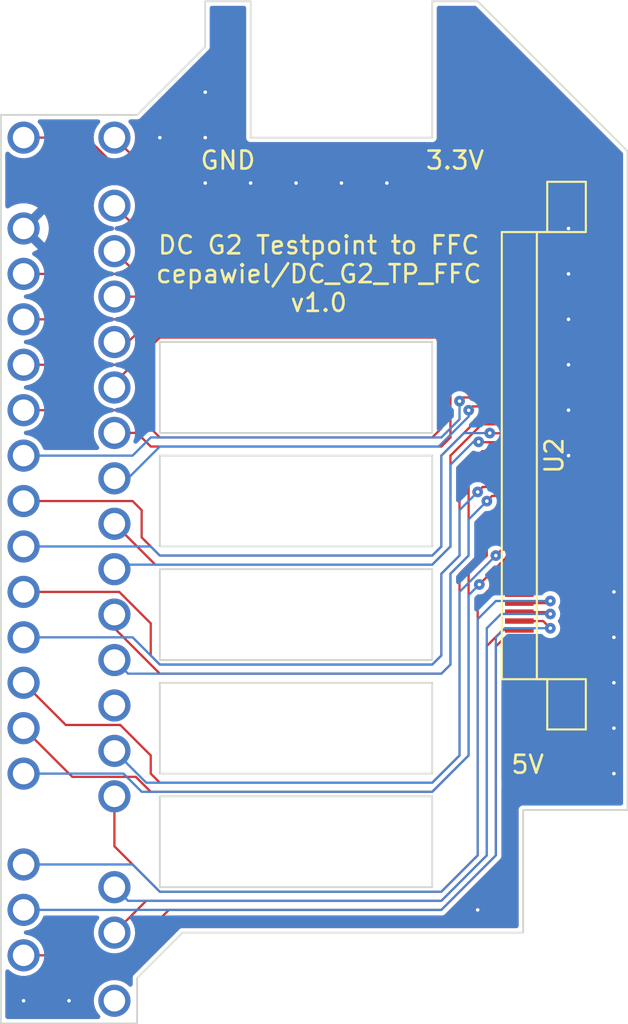
<source format=kicad_pcb>
(kicad_pcb (version 20211014) (generator pcbnew)
  (layers (0 "F.Cu" signal) (31 "B.Cu" signal) (34 "B.Paste" user) (35 "F.Paste" user) (36 "B.SilkS" user "B.Silkscreen") (37 "F.SilkS" user "F.Silkscreen") (38 "B.Mask" user) (39 "F.Mask" user) (44 "Edge.Cuts" user))
  (net 0 "")
  (net 1 "+5V")
  (net 2 "/MODEMCS_n")
  (net 3 "/IRQA")
  (net 4 "/RQEX0")
  (net 5 "/RQEX1")
  (net 6 "/RQDEV")
  (net 7 "/IRQB")
  (net 8 "/LBE_n")
  (net 9 "/TR")
  (net 10 "/UBE_n")
  (net 11 "+3V3")
  (net 12 "/BTB_n")
  (net 13 "/AEN_n")
  (net 14 "/BTA_n")
  (net 15 "/AD15")
  (net 16 "/AD14")
  (net 17 "/AD13")
  (net 18 "/AD12")
  (net 19 "/AD11")
  (net 20 "/AD10")
  (net 21 "/AD9")
  (net 22 "/AD8")
  (net 23 "/AD7")
  (net 24 "/AD6")
  (net 25 "/AD5")
  (net 26 "/AD4")
  (net 27 "/AD3")
  (net 28 "/AD2")
  (net 29 "/AD1")
  (net 30 "/AD0")
  (net 31 "/CLK")
  (net 32 "GND")
  (net 33 "/RESET")
  (net 34 "/MIDI_OUT")
  (net 35 "/MIDI_IN")
  (footprint "DreamcastCommon:G2_Testpoints" (layer "F.Cu") (at 129.54 71.12)
    (fp_text reference "U1" hide)
    (fp_text value "G2_FFC")
    (pad "4" thru_hole circle (at 5.08 48.26 90) (size 1.8 1.8) (drill 1.2) (layers *.Cu *.Mask))
    (pad "5" thru_hole circle (at 0 45.72 90) (size 1.8 1.8) (drill 1.2) (layers *.Cu *.Mask) (net 2 "/MODEMCS_n"))
    (pad "6" thru_hole circle (at 5.08 44.45 90) (size 1.8 1.8) (drill 1.2) (layers *.Cu *.Mask) (net 3 "/IRQA"))
    (pad "7" thru_hole circle (at 0 43.18 90) (size 1.8 1.8) (drill 1.2) (layers *.Cu *.Mask) (net 4 "/RQEX0"))
    (pad "8" thru_hole circle (at 5.08 41.91 90) (size 1.8 1.8) (drill 1.2) (layers *.Cu *.Mask) (net 5 "/RQEX1"))
    (pad "9" thru_hole circle (at 0 40.64 90) (size 1.8 1.8) (drill 1.2) (layers *.Cu *.Mask) (net 6 "/RQDEV"))
    (pad "13" thru_hole circle (at 5.08 36.83 90) (size 1.8 1.8) (drill 1.2) (layers *.Cu *.Mask) (net 7 "/IRQB"))
    (pad "14" thru_hole circle (at 0 35.56 90) (size 1.8 1.8) (drill 1.2) (layers *.Cu *.Mask) (net 8 "/LBE_n"))
    (pad "15" thru_hole circle (at 5.08 34.29 90) (size 1.8 1.8) (drill 1.2) (layers *.Cu *.Mask) (net 9 "/TR"))
    (pad "16" thru_hole circle (at 0 33.02 90) (size 1.8 1.8) (drill 1.2) (layers *.Cu *.Mask) (net 10 "/UBE_n"))
    (pad "18" thru_hole circle (at 5.08 31.75 90) (size 1.8 1.8) (drill 1.2) (layers *.Cu *.Mask))
    (pad "20" thru_hole circle (at 0 30.48 90) (size 1.8 1.8) (drill 1.2) (layers *.Cu *.Mask) (net 12 "/BTB_n"))
    (pad "21" thru_hole circle (at 5.08 29.21 90) (size 1.8 1.8) (drill 1.2) (layers *.Cu *.Mask) (net 13 "/AEN_n"))
    (pad "22" thru_hole circle (at 0 27.94 90) (size 1.8 1.8) (drill 1.2) (layers *.Cu *.Mask) (net 14 "/BTA_n"))
    (pad "25" thru_hole circle (at 5.08 26.67 90) (size 1.8 1.8) (drill 1.2) (layers *.Cu *.Mask) (net 15 "/AD15"))
    (pad "26" thru_hole circle (at 0 25.4 90) (size 1.8 1.8) (drill 1.2) (layers *.Cu *.Mask) (net 16 "/AD14"))
    (pad "27" thru_hole circle (at 5.08 24.13 90) (size 1.8 1.8) (drill 1.2) (layers *.Cu *.Mask) (net 17 "/AD13"))
    (pad "28" thru_hole circle (at 0 22.86 90) (size 1.8 1.8) (drill 1.2) (layers *.Cu *.Mask) (net 18 "/AD12"))
    (pad "29" thru_hole circle (at 5.08 21.59 90) (size 1.8 1.8) (drill 1.2) (layers *.Cu *.Mask) (net 19 "/AD11"))
    (pad "30" thru_hole circle (at 0 20.32 90) (size 1.8 1.8) (drill 1.2) (layers *.Cu *.Mask) (net 20 "/AD10"))
    (pad "31" thru_hole circle (at 5.08 19.05 90) (size 1.8 1.8) (drill 1.2) (layers *.Cu *.Mask) (net 21 "/AD9"))
    (pad "32" thru_hole circle (at 0 17.78 90) (size 1.8 1.8) (drill 1.2) (layers *.Cu *.Mask) (net 22 "/AD8"))
    (pad "33" thru_hole circle (at 5.08 16.51 90) (size 1.8 1.8) (drill 1.2) (layers *.Cu *.Mask) (net 23 "/AD7"))
    (pad "34" thru_hole circle (at 0 15.24 90) (size 1.8 1.8) (drill 1.2) (layers *.Cu *.Mask) (net 24 "/AD6"))
    (pad "35" thru_hole circle (at 5.08 13.97 90) (size 1.8 1.8) (drill 1.2) (layers *.Cu *.Mask) (net 25 "/AD5"))
    (pad "36" thru_hole circle (at 0 12.7 90) (size 1.8 1.8) (drill 1.2) (layers *.Cu *.Mask) (net 26 "/AD4"))
    (pad "37" thru_hole circle (at 5.08 11.43 90) (size 1.8 1.8) (drill 1.2) (layers *.Cu *.Mask) (net 27 "/AD3"))
    (pad "38" thru_hole circle (at 0 10.16 90) (size 1.8 1.8) (drill 1.2) (layers *.Cu *.Mask) (net 28 "/AD2"))
    (pad "39" thru_hole circle (at 5.08 8.89 90) (size 1.8 1.8) (drill 1.2) (layers *.Cu *.Mask) (net 29 "/AD1"))
    (pad "40" thru_hole circle (at 0 7.62 90) (size 1.8 1.8) (drill 1.2) (layers *.Cu *.Mask) (net 30 "/AD0"))
    (pad "43" thru_hole circle (at 5.08 6.35 90) (size 1.8 1.8) (drill 1.2) (layers *.Cu *.Mask) (net 31 "/CLK"))
    (pad "45" thru_hole circle (at 0 5.08 90) (size 1.8 1.8) (drill 1.2) (layers *.Cu *.Mask) (net 32 "GND"))
    (pad "46" thru_hole circle (at 5.08 3.81 90) (size 1.8 1.8) (drill 1.2) (layers *.Cu *.Mask) (net 33 "/RESET"))
    (pad "49" thru_hole circle (at 5.08 0 90) (size 1.8 1.8) (drill 1.2) (layers *.Cu *.Mask) (net 34 "/MIDI_OUT"))
    (pad "50" thru_hole circle (at 0 0 90) (size 1.8 1.8) (drill 1.2) (layers *.Cu *.Mask) (net 35 "/MIDI_IN"))
  )
  (footprint "DreamcastCommon:G2_FFC" (layer "F.Cu") (at 157.27 88.9 90)
    (fp_text reference "U2" (at 0 1.95 90) (layer "F.SilkS"))
    (fp_text value "G2_FFC")
    (fp_line (start 12.5 3.72) (end 15.31 3.72) (layer "F.SilkS") (width 0.12))
    (fp_line (start 12.5 0.98) (end 12.5 3.72) (layer "F.SilkS") (width 0.12))
    (fp_line (start 12.5 1.56) (end 12.5 -0.98) (layer "F.SilkS") (width 0.12))
    (fp_line (start -12.5 3.72) (end -15.31 3.72) (layer "F.SilkS") (width 0.12))
    (fp_line (start -12.5 0.98) (end 12.5 0.98) (layer "F.SilkS") (width 0.12))
    (fp_line (start 15.31 3.72) (end 15.31 1.56) (layer "F.SilkS") (width 0.12))
    (fp_line (start -15.31 1.56) (end -12.5 1.56) (layer "F.SilkS") (width 0.12))
    (fp_line (start -12.5 1.56) (end -12.5 -0.98) (layer "F.SilkS") (width 0.12))
    (fp_line (start -12.5 0.98) (end -12.5 3.72) (layer "F.SilkS") (width 0.12))
    (fp_line (start 15.31 1.56) (end 12.5 1.56) (layer "F.SilkS") (width 0.12))
    (fp_line (start -12.5 -0.98) (end 12.5 -0.98) (layer "F.SilkS") (width 0.12))
    (fp_line (start -15.31 3.72) (end -15.31 1.56) (layer "F.SilkS") (width 0.12))
    (pad "0" smd rect (at 14.4 2.7 90) (size 1.1 1.8) (layers "F.Cu" "F.Paste" "F.Mask"))
    (pad "0" smd rect (at -14.4 2.7 90) (size 1.1 1.8) (layers "F.Cu" "F.Paste" "F.Mask"))
    (pad "1" smd rect (at -12.25 0 90) (size 0.3 1.6) (layers "F.Cu" "F.Paste" "F.Mask") (net 1 "+5V"))
    (pad "2" smd rect (at -11.75 0 90) (size 0.3 1.6) (layers "F.Cu" "F.Paste" "F.Mask") (net 1 "+5V"))
    (pad "3" smd rect (at -11.25 0 90) (size 0.3 1.6) (layers "F.Cu" "F.Paste" "F.Mask") (net 1 "+5V"))
    (pad "4" smd rect (at -10.75 0 90) (size 0.3 1.6) (layers "F.Cu" "F.Paste" "F.Mask") (net 1 "+5V"))
    (pad "5" smd rect (at -10.25 0 90) (size 0.3 1.6) (layers "F.Cu" "F.Paste" "F.Mask") (net 2 "/MODEMCS_n"))
    (pad "6" smd rect (at -9.75 0 90) (size 0.3 1.6) (layers "F.Cu" "F.Paste" "F.Mask") (net 3 "/IRQA"))
    (pad "7" smd rect (at -9.25 0 90) (size 0.3 1.6) (layers "F.Cu" "F.Paste" "F.Mask") (net 4 "/RQEX0"))
    (pad "8" smd rect (at -8.75 0 90) (size 0.3 1.6) (layers "F.Cu" "F.Paste" "F.Mask") (net 5 "/RQEX1"))
    (pad "9" smd rect (at -8.25 0 90) (size 0.3 1.6) (layers "F.Cu" "F.Paste" "F.Mask") (net 6 "/RQDEV"))
    (pad "10" smd rect (at -7.75 0 90) (size 0.3 1.6) (layers "F.Cu" "F.Paste" "F.Mask") (net 32 "GND"))
    (pad "11" smd rect (at -7.25 0 90) (size 0.3 1.6) (layers "F.Cu" "F.Paste" "F.Mask") (net 32 "GND"))
    (pad "12" smd rect (at -6.75 0 90) (size 0.3 1.6) (layers "F.Cu" "F.Paste" "F.Mask") (net 32 "GND"))
    (pad "13" smd rect (at -6.25 0 90) (size 0.3 1.6) (layers "F.Cu" "F.Paste" "F.Mask") (net 7 "/IRQB"))
    (pad "14" smd rect (at -5.75 0 90) (size 0.3 1.6) (layers "F.Cu" "F.Paste" "F.Mask") (net 8 "/LBE_n"))
    (pad "15" smd rect (at -5.25 0 90) (size 0.3 1.6) (layers "F.Cu" "F.Paste" "F.Mask") (net 9 "/TR"))
    (pad "16" smd rect (at -4.75 0 90) (size 0.3 1.6) (layers "F.Cu" "F.Paste" "F.Mask") (net 10 "/UBE_n"))
    (pad "17" smd rect (at -4.25 0 90) (size 0.3 1.6) (layers "F.Cu" "F.Paste" "F.Mask") (net 11 "+3V3"))
    (pad "18" smd rect (at -3.75 0 90) (size 0.3 1.6) (layers "F.Cu" "F.Paste" "F.Mask") (net 11 "+3V3"))
    (pad "19" smd rect (at -3.25 0 90) (size 0.3 1.6) (layers "F.Cu" "F.Paste" "F.Mask") (net 11 "+3V3"))
    (pad "20" smd rect (at -2.75 0 90) (size 0.3 1.6) (layers "F.Cu" "F.Paste" "F.Mask") (net 12 "/BTB_n"))
    (pad "21" smd rect (at -2.25 0 90) (size 0.3 1.6) (layers "F.Cu" "F.Paste" "F.Mask") (net 13 "/AEN_n"))
    (pad "22" smd rect (at -1.75 0 90) (size 0.3 1.6) (layers "F.Cu" "F.Paste" "F.Mask") (net 14 "/BTA_n"))
    (pad "23" smd rect (at -1.25 0 90) (size 0.3 1.6) (layers "F.Cu" "F.Paste" "F.Mask") (net 32 "GND"))
    (pad "24" smd rect (at -0.75 0 90) (size 0.3 1.6) (layers "F.Cu" "F.Paste" "F.Mask") (net 32 "GND"))
    (pad "25" smd rect (at -0.25 0 90) (size 0.3 1.6) (layers "F.Cu" "F.Paste" "F.Mask") (net 15 "/AD15"))
    (pad "26" smd rect (at 0.25 0 90) (size 0.3 1.6) (layers "F.Cu" "F.Paste" "F.Mask") (net 16 "/AD14"))
    (pad "27" smd rect (at 0.75 0 90) (size 0.3 1.6) (layers "F.Cu" "F.Paste" "F.Mask") (net 17 "/AD13"))
    (pad "28" smd rect (at 1.25 0 90) (size 0.3 1.6) (layers "F.Cu" "F.Paste" "F.Mask") (net 18 "/AD12"))
    (pad "29" smd rect (at 1.75 0 90) (size 0.3 1.6) (layers "F.Cu" "F.Paste" "F.Mask") (net 19 "/AD11"))
    (pad "30" smd rect (at 2.25 0 90) (size 0.3 1.6) (layers "F.Cu" "F.Paste" "F.Mask") (net 20 "/AD10"))
    (pad "31" smd rect (at 2.75 0 90) (size 0.3 1.6) (layers "F.Cu" "F.Paste" "F.Mask") (net 21 "/AD9"))
    (pad "32" smd rect (at 3.25 0 90) (size 0.3 1.6) (layers "F.Cu" "F.Paste" "F.Mask") (net 22 "/AD8"))
    (pad "33" smd rect (at 3.75 0 90) (size 0.3 1.6) (layers "F.Cu" "F.Paste" "F.Mask") (net 23 "/AD7"))
    (pad "34" smd rect (at 4.25 0 90) (size 0.3 1.6) (layers "F.Cu" "F.Paste" "F.Mask") (net 24 "/AD6"))
    (pad "35" smd rect (at 4.75 0 90) (size 0.3 1.6) (layers "F.Cu" "F.Paste" "F.Mask") (net 25 "/AD5"))
    (pad "36" smd rect (at 5.25 0 90) (size 0.3 1.6) (layers "F.Cu" "F.Paste" "F.Mask") (net 26 "/AD4"))
    (pad "37" smd rect (at 5.75 0 90) (size 0.3 1.6) (layers "F.Cu" "F.Paste" "F.Mask") (net 27 "/AD3"))
    (pad "38" smd rect (at 6.25 0 90) (size 0.3 1.6) (layers "F.Cu" "F.Paste" "F.Mask") (net 28 "/AD2"))
    (pad "39" smd rect (at 6.75 0 90) (size 0.3 1.6) (layers "F.Cu" "F.Paste" "F.Mask") (net 29 "/AD1"))
    (pad "40" smd rect (at 7.25 0 90) (size 0.3 1.6) (layers "F.Cu" "F.Paste" "F.Mask") (net 30 "/AD0"))
    (pad "41" smd rect (at 7.75 0 90) (size 0.3 1.6) (layers "F.Cu" "F.Paste" "F.Mask") (net 32 "GND"))
    (pad "42" smd rect (at 8.25 0 90) (size 0.3 1.6) (layers "F.Cu" "F.Paste" "F.Mask") (net 32 "GND"))
    (pad "43" smd rect (at 8.75 0 90) (size 0.3 1.6) (layers "F.Cu" "F.Paste" "F.Mask") (net 31 "/CLK"))
    (pad "44" smd rect (at 9.25 0 90) (size 0.3 1.6) (layers "F.Cu" "F.Paste" "F.Mask") (net 32 "GND"))
    (pad "45" smd rect (at 9.75 0 90) (size 0.3 1.6) (layers "F.Cu" "F.Paste" "F.Mask") (net 32 "GND"))
    (pad "46" smd rect (at 10.25 0 90) (size 0.3 1.6) (layers "F.Cu" "F.Paste" "F.Mask") (net 33 "/RESET"))
    (pad "47" smd rect (at 10.75 0 90) (size 0.3 1.6) (layers "F.Cu" "F.Paste" "F.Mask") (net 32 "GND"))
    (pad "48" smd rect (at 11.25 0 90) (size 0.3 1.6) (layers "F.Cu" "F.Paste" "F.Mask") (net 32 "GND"))
    (pad "49" smd rect (at 11.75 0 90) (size 0.3 1.6) (layers "F.Cu" "F.Paste" "F.Mask") (net 34 "/MIDI_OUT"))
    (pad "50" smd rect (at 12.25 0 90) (size 0.3 1.6) (layers "F.Cu" "F.Paste" "F.Mask") (net 35 "/MIDI_IN"))
  )
  (gr_line (start 152.4 63.5) (end 154.94 63.5) (layer "Edge.Cuts") (width 0.1))
  (gr_line (start 152.4 71.12) (end 152.4 63.5) (layer "Edge.Cuts") (width 0.1))
  (gr_line (start 138.43 115.57) (end 135.89 118.11) (layer "Edge.Cuts") (width 0.1))
  (gr_line (start 157.48 115.57) (end 157.48 108.712) (layer "Edge.Cuts") (width 0.1))
  (gr_line (start 135.89 69.85) (end 128.27 69.85) (layer "Edge.Cuts") (width 0.1))
  (gr_line (start 142.24 63.5) (end 139.7 63.5) (layer "Edge.Cuts") (width 0.1))
  (gr_line (start 163.322 108.712) (end 157.48 108.712) (layer "Edge.Cuts") (width 0.1))
  (gr_rect (start 137.16 107.95) (end 152.4 113.03) (layer "Edge.Cuts") (width 0.1) (fill none))
  (gr_line (start 135.89 118.11) (end 135.89 120.65) (layer "Edge.Cuts") (width 0.1))
  (gr_rect (start 137.16 82.55) (end 152.4 87.63) (layer "Edge.Cuts") (width 0.1) (fill none))
  (gr_line (start 139.7 63.5) (end 139.7 66.04) (layer "Edge.Cuts") (width 0.1))
  (gr_line (start 157.48 115.57) (end 138.43 115.57) (layer "Edge.Cuts") (width 0.1))
  (gr_line (start 163.322 71.882) (end 163.322 108.712) (layer "Edge.Cuts") (width 0.1))
  (gr_line (start 135.89 69.85) (end 139.7 66.04) (layer "Edge.Cuts") (width 0.1))
  (gr_line (start 135.89 120.65) (end 128.27 120.65) (layer "Edge.Cuts") (width 0.1))
  (gr_line (start 142.24 71.12) (end 142.24 63.5) (layer "Edge.Cuts") (width 0.1))
  (gr_line (start 128.27 120.65) (end 128.27 69.85) (layer "Edge.Cuts") (width 0.1))
  (gr_rect (start 137.16 95.25) (end 152.4 100.33) (layer "Edge.Cuts") (width 0.1) (fill none))
  (gr_rect (start 137.16 88.9) (end 152.4 93.98) (layer "Edge.Cuts") (width 0.1) (fill none))
  (gr_line (start 142.24 71.12) (end 152.4 71.12) (layer "Edge.Cuts") (width 0.1))
  (gr_line (start 154.94 63.5) (end 163.322 71.882) (layer "Edge.Cuts") (width 0.1))
  (gr_rect (start 137.16 101.6) (end 152.4 106.68) (layer "Edge.Cuts") (width 0.1) (fill none))
  (gr_text "3.3V" (at 153.67 72.39) (layer "F.SilkS") (effects (font (size 1 1))))
  (gr_text "5V" (at 157.734 106.172) (layer "F.SilkS") (effects (font (size 1 1))))
  (gr_text "DC G2 Testpoint to FFC\ncepawiel/DC_G2_TP_FFC\nv1.0" (at 146.05 78.74) (layer "F.SilkS") (effects (font (size 1 1))))
  (gr_text "GND" (at 140.97 72.39) (layer "F.SilkS") (effects (font (size 1 1))))
  (segment (start 155.956 111.252) (end 152.908 114.3) (width 0.127) (layer "F.Cu") (net 2))
  (segment (start 135.128 116.84) (end 137.668 114.3) (width 0.127) (layer "F.Cu") (net 2))
  (segment (start 157.27 99.15) (end 156.374 99.15) (width 0.127) (layer "F.Cu") (net 2))
  (segment (start 129.54 116.84) (end 135.128 116.84) (width 0.127) (layer "F.Cu") (net 2))
  (segment (start 155.956 99.568) (end 155.956 111.252) (width 0.127) (layer "F.Cu") (net 2))
  (segment (start 156.374 99.15) (end 155.956 99.568) (width 0.127) (layer "F.Cu") (net 2))
  (segment (start 152.908 114.3) (end 137.668 114.3) (width 0.127) (layer "F.Cu") (net 2))
  (segment (start 157.27 98.65) (end 156.343 98.65) (width 0.127) (layer "F.Cu") (net 3))
  (segment (start 155.448 99.545) (end 155.448 111.252) (width 0.127) (layer "F.Cu") (net 3))
  (segment (start 136.398 113.792) (end 134.62 115.57) (width 0.127) (layer "F.Cu") (net 3))
  (segment (start 156.343 98.65) (end 155.448 99.545) (width 0.127) (layer "F.Cu") (net 3))
  (segment (start 152.908 113.792) (end 136.398 113.792) (width 0.127) (layer "F.Cu") (net 3))
  (segment (start 155.448 111.252) (end 152.908 113.792) (width 0.127) (layer "F.Cu") (net 3))
  (segment (start 158.602 98.15) (end 157.27 98.15) (width 0.127) (layer "F.Cu") (net 4))
  (segment (start 159.004 98.552) (end 158.602 98.15) (width 0.127) (layer "F.Cu") (net 4))
  (via (at 159.004 98.552) (size 0.6) (drill 0.2) (layers "F.Cu" "B.Cu") (net 4))
  (segment (start 152.908 114.3) (end 155.956 111.252) (width 0.127) (layer "B.Cu") (net 4))
  (segment (start 155.956 111.252) (end 155.956 99.06) (width 0.127) (layer "B.Cu") (net 4))
  (segment (start 137.668 114.3) (end 152.908 114.3) (width 0.127) (layer "B.Cu") (net 4))
  (segment (start 156.464 98.552) (end 159.004 98.552) (width 0.127) (layer "B.Cu") (net 4))
  (segment (start 129.54 114.3) (end 137.668 114.3) (width 0.127) (layer "B.Cu") (net 4))
  (segment (start 155.956 99.06) (end 156.464 98.552) (width 0.127) (layer "B.Cu") (net 4))
  (segment (start 159.004 97.754503) (end 158.899497 97.65) (width 0.127) (layer "F.Cu") (net 5))
  (segment (start 158.899497 97.65) (end 157.27 97.65) (width 0.127) (layer "F.Cu") (net 5))
  (via (at 159.004 97.754503) (size 0.6) (drill 0.2) (layers "F.Cu" "B.Cu") (net 5))
  (segment (start 135.382 113.792) (end 152.908 113.792) (width 0.127) (layer "B.Cu") (net 5))
  (segment (start 155.448 98.552) (end 155.956 98.044) (width 0.127) (layer "B.Cu") (net 5))
  (segment (start 134.62 113.03) (end 135.382 113.792) (width 0.127) (layer "B.Cu") (net 5))
  (segment (start 156.245497 97.754503) (end 159.004 97.754503) (width 0.127) (layer "B.Cu") (net 5))
  (segment (start 155.448 99.568) (end 155.448 98.552) (width 0.127) (layer "B.Cu") (net 5))
  (segment (start 152.908 113.792) (end 155.448 111.252) (width 0.127) (layer "B.Cu") (net 5))
  (segment (start 155.956 98.044) (end 156.245497 97.754503) (width 0.127) (layer "B.Cu") (net 5))
  (segment (start 155.448 111.252) (end 155.448 99.568) (width 0.127) (layer "B.Cu") (net 5))
  (segment (start 158.882 97.15) (end 157.27 97.15) (width 0.127) (layer "F.Cu") (net 6))
  (segment (start 159.004 97.028) (end 158.882 97.15) (width 0.127) (layer "F.Cu") (net 6))
  (via (at 159.004 97.028) (size 0.6) (drill 0.2) (layers "F.Cu" "B.Cu") (net 6))
  (segment (start 152.908 113.284) (end 154.94 111.252) (width 0.127) (layer "B.Cu") (net 6))
  (segment (start 154.94 111.252) (end 154.94 98.044) (width 0.127) (layer "B.Cu") (net 6))
  (segment (start 129.54 111.76) (end 135.636 111.76) (width 0.127) (layer "B.Cu") (net 6))
  (segment (start 137.16 113.284) (end 152.908 113.284) (width 0.127) (layer "B.Cu") (net 6))
  (segment (start 154.94 98.044) (end 155.956 97.028) (width 0.127) (layer "B.Cu") (net 6))
  (segment (start 135.636 111.76) (end 137.16 113.284) (width 0.127) (layer "B.Cu") (net 6))
  (segment (start 155.956 97.028) (end 159.004 97.028) (width 0.127) (layer "B.Cu") (net 6))
  (segment (start 134.62 107.95) (end 134.62 110.744) (width 0.127) (layer "F.Cu") (net 7))
  (segment (start 155.973749 95.521749) (end 156.345498 95.15) (width 0.127) (layer "F.Cu") (net 7))
  (segment (start 156.345498 95.15) (end 157.27 95.15) (width 0.127) (layer "F.Cu") (net 7))
  (segment (start 134.62 110.744) (end 137.16 113.284) (width 0.127) (layer "F.Cu") (net 7))
  (segment (start 154.94 97.028) (end 155.973749 95.994251) (width 0.127) (layer "F.Cu") (net 7))
  (segment (start 154.94 111.252) (end 154.94 97.028) (width 0.127) (layer "F.Cu") (net 7))
  (segment (start 152.908 113.284) (end 154.94 111.252) (width 0.127) (layer "F.Cu") (net 7))
  (segment (start 137.16 113.284) (end 152.908 113.284) (width 0.127) (layer "F.Cu") (net 7))
  (segment (start 155.973749 95.994251) (end 155.973749 95.521749) (width 0.127) (layer "F.Cu") (net 7))
  (segment (start 156.486966 94.65) (end 155.032483 96.104483) (width 0.127) (layer "F.Cu") (net 8))
  (segment (start 157.27 94.65) (end 156.486966 94.65) (width 0.127) (layer "F.Cu") (net 8))
  (via (at 155.032483 96.104483) (size 0.6) (drill 0.2) (layers "F.Cu" "B.Cu") (net 8))
  (segment (start 136.144 107.696) (end 135.128 106.68) (width 0.127) (layer "B.Cu") (net 8))
  (segment (start 155.032483 96.104483) (end 154.432 96.704966) (width 0.127) (layer "B.Cu") (net 8))
  (segment (start 154.432 96.704966) (end 154.432 105.664) (width 0.127) (layer "B.Cu") (net 8))
  (segment (start 154.432 105.664) (end 152.4 107.696) (width 0.127) (layer "B.Cu") (net 8))
  (segment (start 152.4 107.696) (end 136.144 107.696) (width 0.127) (layer "B.Cu") (net 8))
  (segment (start 135.128 106.68) (end 129.54 106.68) (width 0.127) (layer "B.Cu") (net 8))
  (segment (start 157.27 94.15) (end 156.294 94.15) (width 0.127) (layer "F.Cu") (net 9))
  (segment (start 156.294 94.15) (end 155.956 94.488) (width 0.127) (layer "F.Cu") (net 9))
  (via (at 155.956 94.488) (size 0.6) (drill 0.2) (layers "F.Cu" "B.Cu") (net 9))
  (segment (start 153.924 105.664) (end 152.4 107.188) (width 0.127) (layer "B.Cu") (net 9))
  (segment (start 136.398 107.188) (end 134.62 105.41) (width 0.127) (layer "B.Cu") (net 9))
  (segment (start 155.956 94.488) (end 153.924 96.52) (width 0.127) (layer "B.Cu") (net 9))
  (segment (start 153.924 96.52) (end 153.924 105.664) (width 0.127) (layer "B.Cu") (net 9))
  (segment (start 152.4 107.188) (end 136.398 107.188) (width 0.127) (layer "B.Cu") (net 9))
  (segment (start 154.432 105.664) (end 152.4 107.696) (width 0.127) (layer "F.Cu") (net 10))
  (segment (start 132.259989 106.859989) (end 129.54 104.14) (width 0.127) (layer "F.Cu") (net 10))
  (segment (start 155.448 93.98) (end 155.448 94.488) (width 0.127) (layer "F.Cu") (net 10))
  (segment (start 155.448 94.488) (end 154.432 95.504) (width 0.127) (layer "F.Cu") (net 10))
  (segment (start 157.27 93.65) (end 156.286 93.65) (width 0.127) (layer "F.Cu") (net 10))
  (segment (start 155.778 93.65) (end 155.448 93.98) (width 0.127) (layer "F.Cu") (net 10))
  (segment (start 135.815989 106.859989) (end 132.259989 106.859989) (width 0.127) (layer "F.Cu") (net 10))
  (segment (start 156.286 93.65) (end 155.778 93.65) (width 0.127) (layer "F.Cu") (net 10))
  (segment (start 152.4 107.696) (end 136.652 107.696) (width 0.127) (layer "F.Cu") (net 10))
  (segment (start 154.432 95.504) (end 154.432 105.664) (width 0.127) (layer "F.Cu") (net 10))
  (segment (start 136.652 107.696) (end 135.815989 106.859989) (width 0.127) (layer "F.Cu") (net 10))
  (segment (start 129.54 101.6) (end 131.900011 103.960011) (width 0.127) (layer "F.Cu") (net 12))
  (segment (start 154.94 94.488) (end 154.94 92.964) (width 0.127) (layer "F.Cu") (net 12))
  (segment (start 156.254 91.65) (end 157.27 91.65) (width 0.127) (layer "F.Cu") (net 12))
  (segment (start 134.948011 103.960011) (end 136.652 105.664) (width 0.127) (layer "F.Cu") (net 12))
  (segment (start 136.652 105.664) (end 136.652 106.68) (width 0.127) (layer "F.Cu") (net 12))
  (segment (start 131.900011 103.960011) (end 134.948011 103.960011) (width 0.127) (layer "F.Cu") (net 12))
  (segment (start 137.16 107.188) (end 152.4 107.188) (width 0.127) (layer "F.Cu") (net 12))
  (segment (start 154.94 92.964) (end 156.254 91.65) (width 0.127) (layer "F.Cu") (net 12))
  (segment (start 153.924 95.504) (end 154.94 94.488) (width 0.127) (layer "F.Cu") (net 12))
  (segment (start 153.924 105.664) (end 153.924 95.504) (width 0.127) (layer "F.Cu") (net 12))
  (segment (start 152.4 107.188) (end 153.924 105.664) (width 0.127) (layer "F.Cu") (net 12))
  (segment (start 136.652 106.68) (end 137.16 107.188) (width 0.127) (layer "F.Cu") (net 12))
  (segment (start 157.27 91.15) (end 155.74943 91.15) (width 0.127) (layer "F.Cu") (net 13))
  (segment (start 155.74943 91.15) (end 155.453715 91.445715) (width 0.127) (layer "F.Cu") (net 13))
  (via (at 155.453715 91.445715) (size 0.6) (drill 0.2) (layers "F.Cu" "B.Cu") (net 13))
  (segment (start 154.432 94.488) (end 153.416 95.504) (width 0.127) (layer "B.Cu") (net 13))
  (segment (start 153.416 95.504) (end 153.416 100.584) (width 0.127) (layer "B.Cu") (net 13))
  (segment (start 135.382 101.092) (end 134.62 100.33) (width 0.127) (layer "B.Cu") (net 13))
  (segment (start 154.432 92.46743) (end 154.432 94.488) (width 0.127) (layer "B.Cu") (net 13))
  (segment (start 153.416 100.584) (end 152.908 101.092) (width 0.127) (layer "B.Cu") (net 13))
  (segment (start 155.453715 91.445715) (end 154.432 92.46743) (width 0.127) (layer "B.Cu") (net 13))
  (segment (start 152.908 101.092) (end 135.382 101.092) (width 0.127) (layer "B.Cu") (net 13))
  (segment (start 154.94 90.932) (end 155.222 90.65) (width 0.127) (layer "F.Cu") (net 14))
  (segment (start 155.222 90.65) (end 157.27 90.65) (width 0.127) (layer "F.Cu") (net 14))
  (via (at 154.94 90.932) (size 0.6) (drill 0.2) (layers "F.Cu" "B.Cu") (net 14))
  (segment (start 153.924 91.948) (end 154.94 90.932) (width 0.127) (layer "B.Cu") (net 14))
  (segment (start 152.908 100.076) (end 152.908 95.504) (width 0.127) (layer "B.Cu") (net 14))
  (segment (start 153.924 94.488) (end 153.924 91.948) (width 0.127) (layer "B.Cu") (net 14))
  (segment (start 129.54 99.06) (end 135.636 99.06) (width 0.127) (layer "B.Cu") (net 14))
  (segment (start 152.908 95.504) (end 153.924 94.488) (width 0.127) (layer "B.Cu") (net 14))
  (segment (start 137.16 100.584) (end 152.4 100.584) (width 0.127) (layer "B.Cu") (net 14))
  (segment (start 135.636 99.06) (end 137.16 100.584) (width 0.127) (layer "B.Cu") (net 14))
  (segment (start 152.4 100.584) (end 152.908 100.076) (width 0.127) (layer "B.Cu") (net 14))
  (segment (start 154.432 94.488) (end 153.416 95.504) (width 0.127) (layer "F.Cu") (net 15))
  (segment (start 153.416 100.584) (end 152.908 101.092) (width 0.127) (layer "F.Cu") (net 15))
  (segment (start 153.416 95.504) (end 153.416 100.584) (width 0.127) (layer "F.Cu") (net 15))
  (segment (start 157.27 89.15) (end 155.198 89.15) (width 0.127) (layer "F.Cu") (net 15))
  (segment (start 137.16 101.092) (end 134.62 98.552) (width 0.127) (layer "F.Cu") (net 15))
  (segment (start 152.908 101.092) (end 137.16 101.092) (width 0.127) (layer "F.Cu") (net 15))
  (segment (start 134.62 98.552) (end 134.62 97.79) (width 0.127) (layer "F.Cu") (net 15))
  (segment (start 154.432 89.916) (end 154.432 94.488) (width 0.127) (layer "F.Cu") (net 15))
  (segment (start 155.198 89.15) (end 154.432 89.916) (width 0.127) (layer "F.Cu") (net 15))
  (segment (start 136.652 98.280491) (end 136.652 100.076) (width 0.127) (layer "F.Cu") (net 16))
  (segment (start 137.16 100.584) (end 152.4 100.584) (width 0.127) (layer "F.Cu") (net 16))
  (segment (start 153.924 89.916) (end 155.19 88.65) (width 0.127) (layer "F.Cu") (net 16))
  (segment (start 155.19 88.65) (end 157.27 88.65) (width 0.127) (layer "F.Cu") (net 16))
  (segment (start 134.891509 96.52) (end 136.652 98.280491) (width 0.127) (layer "F.Cu") (net 16))
  (segment (start 129.54 96.52) (end 134.891509 96.52) (width 0.127) (layer "F.Cu") (net 16))
  (segment (start 152.908 100.076) (end 152.908 95.504) (width 0.127) (layer "F.Cu") (net 16))
  (segment (start 152.908 95.504) (end 153.924 94.488) (width 0.127) (layer "F.Cu") (net 16))
  (segment (start 152.4 100.584) (end 152.908 100.076) (width 0.127) (layer "F.Cu") (net 16))
  (segment (start 153.924 94.488) (end 153.924 89.916) (width 0.127) (layer "F.Cu") (net 16))
  (segment (start 136.652 100.076) (end 137.16 100.584) (width 0.127) (layer "F.Cu") (net 16))
  (segment (start 155.013838 88.15) (end 157.27 88.15) (width 0.127) (layer "F.Cu") (net 17))
  (segment (start 154.993838 88.13) (end 155.013838 88.15) (width 0.127) (layer "F.Cu") (net 17))
  (via (at 154.993838 88.13) (size 0.6) (drill 0.2) (layers "F.Cu" "B.Cu") (net 17))
  (segment (start 153.416 93.98) (end 153.416 89.408) (width 0.127) (layer "B.Cu") (net 17))
  (segment (start 134.874 94.996) (end 152.4 94.996) (width 0.127) (layer "B.Cu") (net 17))
  (segment (start 134.62 95.25) (end 134.874 94.996) (width 0.127) (layer "B.Cu") (net 17))
  (segment (start 153.416 89.408) (end 154.694 88.13) (width 0.127) (layer "B.Cu") (net 17))
  (segment (start 152.4 94.996) (end 153.416 93.98) (width 0.127) (layer "B.Cu") (net 17))
  (segment (start 154.694 88.13) (end 154.993838 88.13) (width 0.127) (layer "B.Cu") (net 17))
  (segment (start 155.626 87.65) (end 157.27 87.65) (width 0.127) (layer "F.Cu") (net 18))
  (segment (start 155.616 87.64) (end 155.626 87.65) (width 0.127) (layer "F.Cu") (net 18))
  (via (at 155.616 87.64) (size 0.6) (drill 0.2) (layers "F.Cu" "B.Cu") (net 18))
  (segment (start 152.908 93.98) (end 152.908 88.9) (width 0.127) (layer "B.Cu") (net 18))
  (segment (start 137.16 94.488) (end 152.4 94.488) (width 0.127) (layer "B.Cu") (net 18))
  (segment (start 129.54 93.98) (end 136.652 93.98) (width 0.127) (layer "B.Cu") (net 18))
  (segment (start 136.652 93.98) (end 137.16 94.488) (width 0.127) (layer "B.Cu") (net 18))
  (segment (start 154.168 87.64) (end 155.616 87.64) (width 0.127) (layer "B.Cu") (net 18))
  (segment (start 152.4 94.488) (end 152.908 93.98) (width 0.127) (layer "B.Cu") (net 18))
  (segment (start 152.908 88.9) (end 154.168 87.64) (width 0.127) (layer "B.Cu") (net 18))
  (segment (start 153.416 88.9) (end 153.416 93.98) (width 0.127) (layer "F.Cu") (net 19))
  (segment (start 153.416 93.98) (end 152.4 94.996) (width 0.127) (layer "F.Cu") (net 19))
  (segment (start 136.906 94.996) (end 134.62 92.71) (width 0.127) (layer "F.Cu") (net 19))
  (segment (start 157.27 87.15) (end 155.166 87.15) (width 0.127) (layer "F.Cu") (net 19))
  (segment (start 152.4 94.996) (end 136.906 94.996) (width 0.127) (layer "F.Cu") (net 19))
  (segment (start 155.166 87.15) (end 153.416 88.9) (width 0.127) (layer "F.Cu") (net 19))
  (segment (start 152.908 88.9) (end 155.158 86.65) (width 0.127) (layer "F.Cu") (net 20))
  (segment (start 152.908 93.98) (end 152.908 88.9) (width 0.127) (layer "F.Cu") (net 20))
  (segment (start 137.16 94.488) (end 152.4 94.488) (width 0.127) (layer "F.Cu") (net 20))
  (segment (start 155.158 86.65) (end 157.27 86.65) (width 0.127) (layer "F.Cu") (net 20))
  (segment (start 135.636 91.44) (end 136.144 91.948) (width 0.127) (layer "F.Cu") (net 20))
  (segment (start 152.4 94.488) (end 152.908 93.98) (width 0.127) (layer "F.Cu") (net 20))
  (segment (start 136.144 91.948) (end 136.144 93.472) (width 0.127) (layer "F.Cu") (net 20))
  (segment (start 136.144 93.472) (end 137.16 94.488) (width 0.127) (layer "F.Cu") (net 20))
  (segment (start 129.54 91.44) (end 135.636 91.44) (width 0.127) (layer "F.Cu") (net 20))
  (segment (start 157.27 86.15) (end 154.65343 86.15) (width 0.127) (layer "F.Cu") (net 21))
  (segment (start 154.65343 86.15) (end 154.437715 86.365715) (width 0.127) (layer "F.Cu") (net 21))
  (via (at 154.437715 86.365715) (size 0.6) (drill 0.2) (layers "F.Cu" "B.Cu") (net 21))
  (segment (start 137.16 88.392) (end 135.382 90.17) (width 0.127) (layer "B.Cu") (net 21))
  (segment (start 154.437715 86.365715) (end 154.437715 86.712816) (width 0.127) (layer "B.Cu") (net 21))
  (segment (start 152.758531 88.392) (end 137.16 88.392) (width 0.127) (layer "B.Cu") (net 21))
  (segment (start 135.382 90.17) (end 134.62 90.17) (width 0.127) (layer "B.Cu") (net 21))
  (segment (start 154.437715 86.712816) (end 152.758531 88.392) (width 0.127) (layer "B.Cu") (net 21))
  (segment (start 154.126 85.65) (end 153.924 85.852) (width 0.127) (layer "F.Cu") (net 22))
  (segment (start 157.27 85.65) (end 154.126 85.65) (width 0.127) (layer "F.Cu") (net 22))
  (via (at 153.924 85.852) (size 0.6) (drill 0.2) (layers "F.Cu" "B.Cu") (net 22))
  (segment (start 153.924 86.868) (end 152.908 87.884) (width 0.127) (layer "B.Cu") (net 22))
  (segment (start 153.924 85.852) (end 153.924 86.868) (width 0.127) (layer "B.Cu") (net 22))
  (segment (start 152.908 87.884) (end 136.652 87.884) (width 0.127) (layer "B.Cu") (net 22))
  (segment (start 135.636 88.9) (end 136.652 87.884) (width 0.127) (layer "B.Cu") (net 22))
  (segment (start 129.54 88.9) (end 135.636 88.9) (width 0.127) (layer "B.Cu") (net 22))
  (segment (start 135.89 87.63) (end 134.62 87.63) (width 0.127) (layer "F.Cu") (net 23))
  (segment (start 153.61 85.15) (end 153.416 85.344) (width 0.127) (layer "F.Cu") (net 23))
  (segment (start 136.652 88.392) (end 135.89 87.63) (width 0.127) (layer "F.Cu") (net 23))
  (segment (start 153.416 87.884) (end 152.908 88.392) (width 0.127) (layer "F.Cu") (net 23))
  (segment (start 153.416 85.344) (end 153.416 87.884) (width 0.127) (layer "F.Cu") (net 23))
  (segment (start 157.27 85.15) (end 153.61 85.15) (width 0.127) (layer "F.Cu") (net 23))
  (segment (start 152.908 88.392) (end 136.652 88.392) (width 0.127) (layer "F.Cu") (net 23))
  (segment (start 135.636 86.36) (end 129.54 86.36) (width 0.127) (layer "F.Cu") (net 24))
  (segment (start 152.908 85.344) (end 152.908 87.376) (width 0.127) (layer "F.Cu") (net 24))
  (segment (start 153.602 84.65) (end 152.908 85.344) (width 0.127) (layer "F.Cu") (net 24))
  (segment (start 152.4 87.884) (end 137.16 87.884) (width 0.127) (layer "F.Cu") (net 24))
  (segment (start 157.27 84.65) (end 153.602 84.65) (width 0.127) (layer "F.Cu") (net 24))
  (segment (start 152.908 87.376) (end 152.4 87.884) (width 0.127) (layer "F.Cu") (net 24))
  (segment (start 137.16 87.884) (end 135.636 86.36) (width 0.127) (layer "F.Cu") (net 24))
  (segment (start 153.416 82.296) (end 155.27 84.15) (width 0.127) (layer "F.Cu") (net 25))
  (segment (start 134.62 84.836) (end 137.16 82.296) (width 0.127) (layer "F.Cu") (net 25))
  (segment (start 155.27 84.15) (end 157.27 84.15) (width 0.127) (layer "F.Cu") (net 25))
  (segment (start 134.62 85.09) (end 134.62 84.836) (width 0.127) (layer "F.Cu") (net 25))
  (segment (start 137.16 82.296) (end 153.416 82.296) (width 0.127) (layer "F.Cu") (net 25))
  (segment (start 135.128 83.82) (end 137.16 81.788) (width 0.127) (layer "F.Cu") (net 26))
  (segment (start 137.16 81.788) (end 153.416 81.788) (width 0.127) (layer "F.Cu") (net 26))
  (segment (start 129.54 83.82) (end 135.128 83.82) (width 0.127) (layer "F.Cu") (net 26))
  (segment (start 153.416 81.788) (end 155.278 83.65) (width 0.127) (layer "F.Cu") (net 26))
  (segment (start 155.278 83.65) (end 157.27 83.65) (width 0.127) (layer "F.Cu") (net 26))
  (segment (start 153.416 81.28) (end 155.286 83.15) (width 0.127) (layer "F.Cu") (net 27))
  (segment (start 155.286 83.15) (end 157.27 83.15) (width 0.127) (layer "F.Cu") (net 27))
  (segment (start 134.62 82.55) (end 135.382 82.55) (width 0.127) (layer "F.Cu") (net 27))
  (segment (start 135.382 82.55) (end 136.652 81.28) (width 0.127) (layer "F.Cu") (net 27))
  (segment (start 136.652 81.28) (end 153.416 81.28) (width 0.127) (layer "F.Cu") (net 27))
  (segment (start 155.294 82.65) (end 157.27 82.65) (width 0.127) (layer "F.Cu") (net 28))
  (segment (start 136.144 80.772) (end 153.416 80.772) (width 0.127) (layer "F.Cu") (net 28))
  (segment (start 129.54 81.28) (end 135.636 81.28) (width 0.127) (layer "F.Cu") (net 28))
  (segment (start 135.636 81.28) (end 136.144 80.772) (width 0.127) (layer "F.Cu") (net 28))
  (segment (start 153.416 80.772) (end 155.294 82.65) (width 0.127) (layer "F.Cu") (net 28))
  (segment (start 153.416 80.264) (end 155.302 82.15) (width 0.127) (layer "F.Cu") (net 29))
  (segment (start 136.144 80.264) (end 153.416 80.264) (width 0.127) (layer "F.Cu") (net 29))
  (segment (start 135.89 80.01) (end 136.144 80.264) (width 0.127) (layer "F.Cu") (net 29))
  (segment (start 134.62 80.01) (end 135.89 80.01) (width 0.127) (layer "F.Cu") (net 29))
  (segment (start 155.302 82.15) (end 157.27 82.15) (width 0.127) (layer "F.Cu") (net 29))
  (segment (start 135.531468 78.74) (end 136.547468 79.756) (width 0.127) (layer "F.Cu") (net 30))
  (segment (start 155.31 81.65) (end 157.27 81.65) (width 0.127) (layer "F.Cu") (net 30))
  (segment (start 129.54 78.74) (end 135.531468 78.74) (width 0.127) (layer "F.Cu") (net 30))
  (segment (start 153.416 79.756) (end 155.31 81.65) (width 0.127) (layer "F.Cu") (net 30))
  (segment (start 136.547468 79.756) (end 153.416 79.756) (width 0.127) (layer "F.Cu") (net 30))
  (segment (start 153.416 78.74) (end 153.924 79.248) (width 0.127) (layer "F.Cu") (net 31))
  (segment (start 153.924 79.248) (end 154.826 80.15) (width 0.127) (layer "F.Cu") (net 31))
  (segment (start 154.826 80.15) (end 157.27 80.15) (width 0.127) (layer "F.Cu") (net 31))
  (segment (start 134.62 77.47) (end 135.89 78.74) (width 0.127) (layer "F.Cu") (net 31))
  (segment (start 135.89 78.74) (end 142.24 78.74) (width 0.127) (layer "F.Cu") (net 31))
  (segment (start 142.24 78.74) (end 153.416 78.74) (width 0.127) (layer "F.Cu") (net 31))
  (via (at 142.24 73.66) (size 0.6) (drill 0.2) (layers "F.Cu" "B.Cu") (net 32))
  (via (at 149.86 73.66) (size 0.6) (drill 0.2) (layers "F.Cu" "B.Cu") (net 32))
  (via (at 154.94 114.3) (size 0.6) (drill 0.2) (layers "F.Cu" "B.Cu") (net 32))
  (via (at 129.54 119.38) (size 0.6) (drill 0.2) (layers "F.Cu" "B.Cu") (net 32))
  (via (at 137.16 71.12) (size 0.6) (drill 0.2) (layers "F.Cu" "B.Cu") (net 32))
  (via (at 160.02 86.36) (size 0.6) (drill 0.2) (layers "F.Cu" "B.Cu") (net 32))
  (via (at 160.02 76.2) (size 0.6) (drill 0.2) (layers "F.Cu" "B.Cu") (net 32))
  (via (at 162.56 104.14) (size 0.6) (drill 0.2) (layers "F.Cu" "B.Cu") (net 32))
  (via (at 144.78 73.66) (size 0.6) (drill 0.2) (layers "F.Cu" "B.Cu") (net 32))
  (via (at 162.56 101.6) (size 0.6) (drill 0.2) (layers "F.Cu" "B.Cu") (net 32))
  (via (at 147.32 73.66) (size 0.6) (drill 0.2) (layers "F.Cu" "B.Cu") (net 32))
  (via (at 160.02 83.82) (size 0.6) (drill 0.2) (layers "F.Cu" "B.Cu") (net 32))
  (via (at 162.56 106.68) (size 0.6) (drill 0.2) (layers "F.Cu" "B.Cu") (net 32))
  (via (at 139.7 71.12) (size 0.6) (drill 0.2) (layers "F.Cu" "B.Cu") (net 32))
  (via (at 139.7 68.58) (size 0.6) (drill 0.2) (layers "F.Cu" "B.Cu") (net 32))
  (via (at 160.02 78.74) (size 0.6) (drill 0.2) (layers "F.Cu" "B.Cu") (net 32))
  (via (at 139.7 73.66) (size 0.6) (drill 0.2) (layers "F.Cu" "B.Cu") (net 32))
  (via (at 162.56 99.06) (size 0.6) (drill 0.2) (layers "F.Cu" "B.Cu") (net 32))
  (via (at 162.56 96.52) (size 0.6) (drill 0.2) (layers "F.Cu" "B.Cu") (net 32))
  (via (at 160.02 88.9) (size 0.6) (drill 0.2) (layers "F.Cu" "B.Cu") (net 32))
  (via (at 160.02 81.28) (size 0.6) (drill 0.2) (layers "F.Cu" "B.Cu") (net 32))
  (via (at 132.08 119.38) (size 0.6) (drill 0.2) (layers "F.Cu" "B.Cu") (net 32))
  (segment (start 137.414 77.724) (end 134.62 74.93) (width 0.127) (layer "F.Cu") (net 33))
  (segment (start 157.27 78.65) (end 154.85 78.65) (width 0.127) (layer "F.Cu") (net 33))
  (segment (start 153.924 77.724) (end 137.414 77.724) (width 0.127) (layer "F.Cu") (net 33))
  (segment (start 154.85 78.65) (end 153.924 77.724) (width 0.127) (layer "F.Cu") (net 33))
  (segment (start 139.7 76.2) (end 134.62 71.12) (width 0.127) (layer "F.Cu") (net 34))
  (segment (start 158.260011 77.086989) (end 158.260011 76.309989) (width 0.127) (layer "F.Cu") (net 34))
  (segment (start 157.27 77.15) (end 158.197 77.15) (width 0.127) (layer "F.Cu") (net 34))
  (segment (start 158.197 77.15) (end 158.260011 77.086989) (width 0.127) (layer "F.Cu") (net 34))
  (segment (start 158.150022 76.2) (end 139.7 76.2) (width 0.127) (layer "F.Cu") (net 34))
  (segment (start 158.260011 76.309989) (end 158.150022 76.2) (width 0.127) (layer "F.Cu") (net 34))
  (segment (start 133.078491 71.12) (end 138.608491 76.65) (width 0.127) (layer "F.Cu") (net 35))
  (segment (start 129.54 71.12) (end 133.078491 71.12) (width 0.127) (layer "F.Cu") (net 35))
  (segment (start 138.608491 76.65) (end 157.27 76.65) (width 0.127) (layer "F.Cu") (net 35))
  (zone (net 1) (net_name "+5V") (layer "F.Cu") (priority 1) (connect_pads (clearance 0.25)) (min_thickness 0.25) (fill yes (thermal_gap 0.508) (thermal_bridge_width 0.508))
    (polygon (pts (xy 159.004 104.902) (xy 161.29 104.902) (xy 161.29 107.188) (xy 156.21 107.188) (xy 156.21 99.314) (xy 159.004 99.314)))
  )
  (zone (net 32) (net_name "GND") (layers F&B.Cu) (connect_pads (clearance 0.25)) (min_thickness 0.25) (fill yes (thermal_gap 0.508) (thermal_bridge_width 0.508))
    (polygon (pts (xy 142.24 71.12) (xy 152.4 71.12) (xy 152.4 63.5) (xy 154.94 63.5) (xy 163.322 71.882) (xy 163.322 108.712) (xy 157.48 108.712) (xy 157.48 115.57) (xy 138.43 115.57) (xy 135.89 118.11) (xy 135.89 120.65) (xy 128.27 120.65) (xy 128.27 69.85) (xy 135.89 69.85) (xy 139.7 66.04) (xy 139.7 63.5) (xy 142.24 63.5)))
  )
  (zone (net 11) (net_name "+3V3") (layer "F.Cu") (priority 1) (connect_pads (clearance 0.25)) (min_thickness 0.25) (fill yes (thermal_gap 0.508) (thermal_bridge_width 0.508))
    (polygon (pts (xy 163.322 71.882) (xy 163.322 93.345) (xy 161.29 93.345) (xy 156.21 93.345) (xy 156.21 91.948) (xy 161.29 91.948) (xy 161.29 73.66) (xy 152.4 73.66) (xy 152.4 63.5) (xy 154.94 63.5)))
  )
)
</source>
